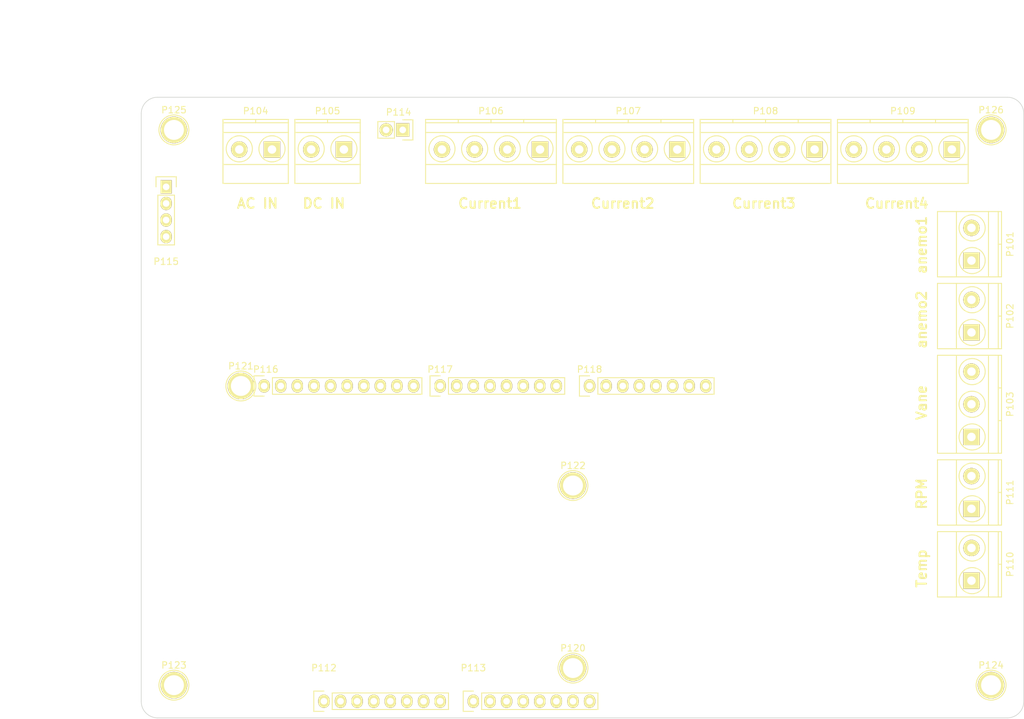
<source format=kicad_pcb>
(kicad_pcb (version 4) (host pcbnew 4.0.2+dfsg1-2~bpo8+1-stable)

  (general
    (links 21)
    (no_connects 21)
    (area 78.322539 41.617459 213.422541 136.717461)
    (thickness 1.6)
    (drawings 21)
    (tracks 0)
    (zones 0)
    (modules 25)
    (nets 27)
  )

  (page A4)
  (title_block
    (title "Windlogger Shield PCB")
    (date 2016-10-16)
    (rev A)
    (company ALEEA)
    (comment 1 "LONGUET Gilles")
    (comment 2 AGPLv3)
  )

  (layers
    (0 F.Cu signal)
    (31 B.Cu signal)
    (32 B.Adhes user)
    (33 F.Adhes user)
    (34 B.Paste user)
    (35 F.Paste user)
    (36 B.SilkS user)
    (37 F.SilkS user)
    (38 B.Mask user)
    (39 F.Mask user)
    (40 Dwgs.User user)
    (41 Cmts.User user)
    (42 Eco1.User user)
    (43 Eco2.User user)
    (44 Edge.Cuts user)
    (45 Margin user)
    (46 B.CrtYd user)
    (47 F.CrtYd user)
    (48 B.Fab user)
    (49 F.Fab user)
  )

  (setup
    (last_trace_width 0.25)
    (trace_clearance 0.2)
    (zone_clearance 0.508)
    (zone_45_only no)
    (trace_min 0.2)
    (segment_width 0.2)
    (edge_width 0.1)
    (via_size 0.6)
    (via_drill 0.4)
    (via_min_size 0.4)
    (via_min_drill 0.3)
    (uvia_size 0.3)
    (uvia_drill 0.1)
    (uvias_allowed no)
    (uvia_min_size 0.2)
    (uvia_min_drill 0.1)
    (pcb_text_width 0.3)
    (pcb_text_size 1.5 1.5)
    (mod_edge_width 0.15)
    (mod_text_size 1 1)
    (mod_text_width 0.15)
    (pad_size 2 1.4)
    (pad_drill 0.6)
    (pad_to_mask_clearance 0)
    (aux_axis_origin 78.37254 136.66746)
    (grid_origin 78.37254 136.66746)
    (visible_elements FFFEF77F)
    (pcbplotparams
      (layerselection 0x00030_80000001)
      (usegerberextensions false)
      (excludeedgelayer true)
      (linewidth 0.100000)
      (plotframeref false)
      (viasonmask false)
      (mode 1)
      (useauxorigin false)
      (hpglpennumber 1)
      (hpglpenspeed 20)
      (hpglpendiameter 15)
      (hpglpenoverlay 2)
      (psnegative false)
      (psa4output false)
      (plotreference true)
      (plotvalue true)
      (plotinvisibletext false)
      (padsonsilk false)
      (subtractmaskfromsilk false)
      (outputformat 1)
      (mirror false)
      (drillshape 1)
      (scaleselection 1)
      (outputdirectory ""))
  )

  (net 0 "")
  (net 1 +5V)
  (net 2 GND)
  (net 3 /F3_Voltage_sensors/UAC_lo)
  (net 4 /F4_Current_sensors/I1_lo)
  (net 5 /F4_Current_sensors/I2_lo)
  (net 6 /F4_Current_sensors/I4_lo)
  (net 7 /F4_Current_sensors/I3_lo)
  (net 8 /F4_Current_sensors/I1_hi)
  (net 9 /F4_Current_sensors/I2_hi)
  (net 10 /F4_Current_sensors/I4_hi)
  (net 11 /F4_Current_sensors/I3_hi)
  (net 12 "/F1 Anemometers/Wind1")
  (net 13 "/F1 Anemometers/Wind2")
  (net 14 "/F5 Temperature/temp_hi")
  (net 15 "/F5 Temperature/temp_lo")
  (net 16 "/F2 windvane/vane_v+")
  (net 17 "/F2 windvane/vane_sig")
  (net 18 "/F2 windvane/vane_v-")
  (net 19 /F3_Voltage_sensors/UAC_hi)
  (net 20 /F3_Voltage_sensors/Ubat)
  (net 21 /RPM)
  (net 22 "/F2 windvane/Udir")
  (net 23 "/F5 Temperature/Utemp")
  (net 24 /F3_Voltage_sensors/UDC)
  (net 25 "/F1 Anemometers/Speed2")
  (net 26 "/F1 Anemometers/Speed1")

  (net_class Default "This is the default net class."
    (clearance 0.2)
    (trace_width 0.25)
    (via_dia 0.6)
    (via_drill 0.4)
    (uvia_dia 0.3)
    (uvia_drill 0.1)
    (add_net +5V)
    (add_net "/F1 Anemometers/Speed1")
    (add_net "/F1 Anemometers/Speed2")
    (add_net "/F1 Anemometers/Wind1")
    (add_net "/F1 Anemometers/Wind2")
    (add_net "/F2 windvane/Udir")
    (add_net "/F2 windvane/vane_sig")
    (add_net "/F2 windvane/vane_v+")
    (add_net "/F2 windvane/vane_v-")
    (add_net /F3_Voltage_sensors/UAC_hi)
    (add_net /F3_Voltage_sensors/UAC_lo)
    (add_net /F3_Voltage_sensors/UDC)
    (add_net /F3_Voltage_sensors/Ubat)
    (add_net /F4_Current_sensors/I1_hi)
    (add_net /F4_Current_sensors/I1_lo)
    (add_net /F4_Current_sensors/I2_hi)
    (add_net /F4_Current_sensors/I2_lo)
    (add_net /F4_Current_sensors/I3_hi)
    (add_net /F4_Current_sensors/I3_lo)
    (add_net /F4_Current_sensors/I4_hi)
    (add_net /F4_Current_sensors/I4_lo)
    (add_net "/F5 Temperature/Utemp")
    (add_net "/F5 Temperature/temp_hi")
    (add_net "/F5 Temperature/temp_lo")
    (add_net /RPM)
    (add_net GND)
  )

  (module Terminal_Blocks:TerminalBlock_Pheonix_MKDS1.5-2pol (layer F.Cu) (tedit 563007E4) (tstamp 5803775C)
    (at 205.37254 66.66746 90)
    (descr "2-way 5mm pitch terminal block, Phoenix MKDS series")
    (path /580078B6)
    (fp_text reference P101 (at 2.5 5.9 90) (layer F.SilkS)
      (effects (font (size 1 1) (thickness 0.15)))
    )
    (fp_text value anemo1 (at 2.5 -6.6 90) (layer F.Fab)
      (effects (font (size 1 1) (thickness 0.15)))
    )
    (fp_line (start -2.7 -5.4) (end 7.7 -5.4) (layer F.CrtYd) (width 0.05))
    (fp_line (start -2.7 4.8) (end -2.7 -5.4) (layer F.CrtYd) (width 0.05))
    (fp_line (start 7.7 4.8) (end -2.7 4.8) (layer F.CrtYd) (width 0.05))
    (fp_line (start 7.7 -5.4) (end 7.7 4.8) (layer F.CrtYd) (width 0.05))
    (fp_line (start 2.5 4.1) (end 2.5 4.6) (layer F.SilkS) (width 0.15))
    (fp_circle (center 5 0.1) (end 3 0.1) (layer F.SilkS) (width 0.15))
    (fp_circle (center 0 0.1) (end 2 0.1) (layer F.SilkS) (width 0.15))
    (fp_line (start -2.5 2.6) (end 7.5 2.6) (layer F.SilkS) (width 0.15))
    (fp_line (start -2.5 -2.3) (end 7.5 -2.3) (layer F.SilkS) (width 0.15))
    (fp_line (start -2.5 4.1) (end 7.5 4.1) (layer F.SilkS) (width 0.15))
    (fp_line (start -2.5 4.6) (end 7.5 4.6) (layer F.SilkS) (width 0.15))
    (fp_line (start 7.5 4.6) (end 7.5 -5.2) (layer F.SilkS) (width 0.15))
    (fp_line (start 7.5 -5.2) (end -2.5 -5.2) (layer F.SilkS) (width 0.15))
    (fp_line (start -2.5 -5.2) (end -2.5 4.6) (layer F.SilkS) (width 0.15))
    (pad 1 thru_hole rect (at 0 0 90) (size 2.5 2.5) (drill 1.3) (layers *.Cu *.Mask F.SilkS)
      (net 2 GND))
    (pad 2 thru_hole circle (at 5 0 90) (size 2.5 2.5) (drill 1.3) (layers *.Cu *.Mask F.SilkS)
      (net 12 "/F1 Anemometers/Wind1"))
    (model Terminal_Blocks.3dshapes/TerminalBlock_Pheonix_MKDS1.5-2pol.wrl
      (at (xyz 0.0984 0 0))
      (scale (xyz 1 1 1))
      (rotate (xyz 0 0 0))
    )
  )

  (module Terminal_Blocks:TerminalBlock_Pheonix_MKDS1.5-2pol (layer F.Cu) (tedit 563007E4) (tstamp 58037762)
    (at 205.37254 77.66746 90)
    (descr "2-way 5mm pitch terminal block, Phoenix MKDS series")
    (path /58007F6A)
    (fp_text reference P102 (at 2.5 5.9 90) (layer F.SilkS)
      (effects (font (size 1 1) (thickness 0.15)))
    )
    (fp_text value anemo2 (at 2.5 -6.6 90) (layer F.Fab)
      (effects (font (size 1 1) (thickness 0.15)))
    )
    (fp_line (start -2.7 -5.4) (end 7.7 -5.4) (layer F.CrtYd) (width 0.05))
    (fp_line (start -2.7 4.8) (end -2.7 -5.4) (layer F.CrtYd) (width 0.05))
    (fp_line (start 7.7 4.8) (end -2.7 4.8) (layer F.CrtYd) (width 0.05))
    (fp_line (start 7.7 -5.4) (end 7.7 4.8) (layer F.CrtYd) (width 0.05))
    (fp_line (start 2.5 4.1) (end 2.5 4.6) (layer F.SilkS) (width 0.15))
    (fp_circle (center 5 0.1) (end 3 0.1) (layer F.SilkS) (width 0.15))
    (fp_circle (center 0 0.1) (end 2 0.1) (layer F.SilkS) (width 0.15))
    (fp_line (start -2.5 2.6) (end 7.5 2.6) (layer F.SilkS) (width 0.15))
    (fp_line (start -2.5 -2.3) (end 7.5 -2.3) (layer F.SilkS) (width 0.15))
    (fp_line (start -2.5 4.1) (end 7.5 4.1) (layer F.SilkS) (width 0.15))
    (fp_line (start -2.5 4.6) (end 7.5 4.6) (layer F.SilkS) (width 0.15))
    (fp_line (start 7.5 4.6) (end 7.5 -5.2) (layer F.SilkS) (width 0.15))
    (fp_line (start 7.5 -5.2) (end -2.5 -5.2) (layer F.SilkS) (width 0.15))
    (fp_line (start -2.5 -5.2) (end -2.5 4.6) (layer F.SilkS) (width 0.15))
    (pad 1 thru_hole rect (at 0 0 90) (size 2.5 2.5) (drill 1.3) (layers *.Cu *.Mask F.SilkS)
      (net 2 GND))
    (pad 2 thru_hole circle (at 5 0 90) (size 2.5 2.5) (drill 1.3) (layers *.Cu *.Mask F.SilkS)
      (net 13 "/F1 Anemometers/Wind2"))
    (model Terminal_Blocks.3dshapes/TerminalBlock_Pheonix_MKDS1.5-2pol.wrl
      (at (xyz 0.0984 0 0))
      (scale (xyz 1 1 1))
      (rotate (xyz 0 0 0))
    )
  )

  (module Terminal_Blocks:TerminalBlock_Pheonix_MKDS1.5-3pol (layer F.Cu) (tedit 5630081E) (tstamp 58037769)
    (at 205.37254 93.66746 90)
    (descr "3-way 5mm pitch terminal block, Phoenix MKDS series")
    (path /5800924D)
    (fp_text reference P103 (at 5 5.9 90) (layer F.SilkS)
      (effects (font (size 1 1) (thickness 0.15)))
    )
    (fp_text value vane (at 5 -6.6 90) (layer F.Fab)
      (effects (font (size 1 1) (thickness 0.15)))
    )
    (fp_line (start -2.7 4.8) (end -2.7 -5.4) (layer F.CrtYd) (width 0.05))
    (fp_line (start 12.7 4.8) (end -2.7 4.8) (layer F.CrtYd) (width 0.05))
    (fp_line (start 12.7 -5.4) (end 12.7 4.8) (layer F.CrtYd) (width 0.05))
    (fp_line (start -2.7 -5.4) (end 12.7 -5.4) (layer F.CrtYd) (width 0.05))
    (fp_circle (center 10 0.1) (end 8 0.1) (layer F.SilkS) (width 0.15))
    (fp_line (start 7.5 4.1) (end 7.5 4.6) (layer F.SilkS) (width 0.15))
    (fp_line (start 2.5 4.1) (end 2.5 4.6) (layer F.SilkS) (width 0.15))
    (fp_circle (center 5 0.1) (end 3 0.1) (layer F.SilkS) (width 0.15))
    (fp_circle (center 0 0.1) (end 2 0.1) (layer F.SilkS) (width 0.15))
    (fp_line (start -2.5 2.6) (end 12.5 2.6) (layer F.SilkS) (width 0.15))
    (fp_line (start -2.5 -2.3) (end 12.5 -2.3) (layer F.SilkS) (width 0.15))
    (fp_line (start -2.5 4.1) (end 12.5 4.1) (layer F.SilkS) (width 0.15))
    (fp_line (start -2.5 4.6) (end 12.5 4.6) (layer F.SilkS) (width 0.15))
    (fp_line (start 12.5 4.6) (end 12.5 -5.2) (layer F.SilkS) (width 0.15))
    (fp_line (start 12.5 -5.2) (end -2.5 -5.2) (layer F.SilkS) (width 0.15))
    (fp_line (start -2.5 -5.2) (end -2.5 4.6) (layer F.SilkS) (width 0.15))
    (pad 3 thru_hole circle (at 10 0 90) (size 2.5 2.5) (drill 1.3) (layers *.Cu *.Mask F.SilkS)
      (net 16 "/F2 windvane/vane_v+"))
    (pad 1 thru_hole rect (at 0 0 90) (size 2.5 2.5) (drill 1.3) (layers *.Cu *.Mask F.SilkS)
      (net 17 "/F2 windvane/vane_sig"))
    (pad 2 thru_hole circle (at 5 0 90) (size 2.5 2.5) (drill 1.3) (layers *.Cu *.Mask F.SilkS)
      (net 18 "/F2 windvane/vane_v-"))
    (model Terminal_Blocks.3dshapes/TerminalBlock_Pheonix_MKDS1.5-3pol.wrl
      (at (xyz 0.1968 0 0))
      (scale (xyz 1 1 1))
      (rotate (xyz 0 0 0))
    )
  )

  (module Terminal_Blocks:TerminalBlock_Pheonix_MKDS1.5-2pol (layer F.Cu) (tedit 563007E4) (tstamp 5803776F)
    (at 98.37254 49.66746 180)
    (descr "2-way 5mm pitch terminal block, Phoenix MKDS series")
    (path /5800A29C)
    (fp_text reference P104 (at 2.5 5.9 180) (layer F.SilkS)
      (effects (font (size 1 1) (thickness 0.15)))
    )
    (fp_text value AC_in (at 2.5 -6.6 180) (layer F.Fab)
      (effects (font (size 1 1) (thickness 0.15)))
    )
    (fp_line (start -2.7 -5.4) (end 7.7 -5.4) (layer F.CrtYd) (width 0.05))
    (fp_line (start -2.7 4.8) (end -2.7 -5.4) (layer F.CrtYd) (width 0.05))
    (fp_line (start 7.7 4.8) (end -2.7 4.8) (layer F.CrtYd) (width 0.05))
    (fp_line (start 7.7 -5.4) (end 7.7 4.8) (layer F.CrtYd) (width 0.05))
    (fp_line (start 2.5 4.1) (end 2.5 4.6) (layer F.SilkS) (width 0.15))
    (fp_circle (center 5 0.1) (end 3 0.1) (layer F.SilkS) (width 0.15))
    (fp_circle (center 0 0.1) (end 2 0.1) (layer F.SilkS) (width 0.15))
    (fp_line (start -2.5 2.6) (end 7.5 2.6) (layer F.SilkS) (width 0.15))
    (fp_line (start -2.5 -2.3) (end 7.5 -2.3) (layer F.SilkS) (width 0.15))
    (fp_line (start -2.5 4.1) (end 7.5 4.1) (layer F.SilkS) (width 0.15))
    (fp_line (start -2.5 4.6) (end 7.5 4.6) (layer F.SilkS) (width 0.15))
    (fp_line (start 7.5 4.6) (end 7.5 -5.2) (layer F.SilkS) (width 0.15))
    (fp_line (start 7.5 -5.2) (end -2.5 -5.2) (layer F.SilkS) (width 0.15))
    (fp_line (start -2.5 -5.2) (end -2.5 4.6) (layer F.SilkS) (width 0.15))
    (pad 1 thru_hole rect (at 0 0 180) (size 2.5 2.5) (drill 1.3) (layers *.Cu *.Mask F.SilkS)
      (net 3 /F3_Voltage_sensors/UAC_lo))
    (pad 2 thru_hole circle (at 5 0 180) (size 2.5 2.5) (drill 1.3) (layers *.Cu *.Mask F.SilkS)
      (net 19 /F3_Voltage_sensors/UAC_hi))
    (model Terminal_Blocks.3dshapes/TerminalBlock_Pheonix_MKDS1.5-2pol.wrl
      (at (xyz 0.0984 0 0))
      (scale (xyz 1 1 1))
      (rotate (xyz 0 0 0))
    )
  )

  (module Terminal_Blocks:TerminalBlock_Pheonix_MKDS1.5-2pol (layer F.Cu) (tedit 563007E4) (tstamp 58037775)
    (at 109.37254 49.66746 180)
    (descr "2-way 5mm pitch terminal block, Phoenix MKDS series")
    (path /5800A389)
    (fp_text reference P105 (at 2.5 5.9 180) (layer F.SilkS)
      (effects (font (size 1 1) (thickness 0.15)))
    )
    (fp_text value DC_in (at 2.5 -6.6 180) (layer F.Fab)
      (effects (font (size 1 1) (thickness 0.15)))
    )
    (fp_line (start -2.7 -5.4) (end 7.7 -5.4) (layer F.CrtYd) (width 0.05))
    (fp_line (start -2.7 4.8) (end -2.7 -5.4) (layer F.CrtYd) (width 0.05))
    (fp_line (start 7.7 4.8) (end -2.7 4.8) (layer F.CrtYd) (width 0.05))
    (fp_line (start 7.7 -5.4) (end 7.7 4.8) (layer F.CrtYd) (width 0.05))
    (fp_line (start 2.5 4.1) (end 2.5 4.6) (layer F.SilkS) (width 0.15))
    (fp_circle (center 5 0.1) (end 3 0.1) (layer F.SilkS) (width 0.15))
    (fp_circle (center 0 0.1) (end 2 0.1) (layer F.SilkS) (width 0.15))
    (fp_line (start -2.5 2.6) (end 7.5 2.6) (layer F.SilkS) (width 0.15))
    (fp_line (start -2.5 -2.3) (end 7.5 -2.3) (layer F.SilkS) (width 0.15))
    (fp_line (start -2.5 4.1) (end 7.5 4.1) (layer F.SilkS) (width 0.15))
    (fp_line (start -2.5 4.6) (end 7.5 4.6) (layer F.SilkS) (width 0.15))
    (fp_line (start 7.5 4.6) (end 7.5 -5.2) (layer F.SilkS) (width 0.15))
    (fp_line (start 7.5 -5.2) (end -2.5 -5.2) (layer F.SilkS) (width 0.15))
    (fp_line (start -2.5 -5.2) (end -2.5 4.6) (layer F.SilkS) (width 0.15))
    (pad 1 thru_hole rect (at 0 0 180) (size 2.5 2.5) (drill 1.3) (layers *.Cu *.Mask F.SilkS)
      (net 2 GND))
    (pad 2 thru_hole circle (at 5 0 180) (size 2.5 2.5) (drill 1.3) (layers *.Cu *.Mask F.SilkS)
      (net 20 /F3_Voltage_sensors/Ubat))
    (model Terminal_Blocks.3dshapes/TerminalBlock_Pheonix_MKDS1.5-2pol.wrl
      (at (xyz 0.0984 0 0))
      (scale (xyz 1 1 1))
      (rotate (xyz 0 0 0))
    )
  )

  (module Terminal_Blocks:TerminalBlock_Pheonix_MKDS1.5-4pol (layer F.Cu) (tedit 56300847) (tstamp 5803777D)
    (at 139.37254 49.66746 180)
    (descr "4-way 5mm pitch terminal block, Phoenix MKDS series")
    (path /57E7A6F1)
    (fp_text reference P106 (at 7.5 5.9 180) (layer F.SilkS)
      (effects (font (size 1 1) (thickness 0.15)))
    )
    (fp_text value current1 (at 7.5 -6.6 180) (layer F.Fab)
      (effects (font (size 1 1) (thickness 0.15)))
    )
    (fp_line (start -2.7 -5.4) (end 17.7 -5.4) (layer F.CrtYd) (width 0.05))
    (fp_line (start -2.7 4.8) (end -2.7 -5.4) (layer F.CrtYd) (width 0.05))
    (fp_line (start 17.7 4.8) (end -2.7 4.8) (layer F.CrtYd) (width 0.05))
    (fp_line (start 17.7 -5.4) (end 17.7 4.8) (layer F.CrtYd) (width 0.05))
    (fp_line (start 12.5 4.1) (end 12.5 4.6) (layer F.SilkS) (width 0.15))
    (fp_circle (center 15 0.1) (end 13 0.1) (layer F.SilkS) (width 0.15))
    (fp_circle (center 10 0.1) (end 8 0.1) (layer F.SilkS) (width 0.15))
    (fp_line (start 7.5 4.1) (end 7.5 4.6) (layer F.SilkS) (width 0.15))
    (fp_line (start 2.5 4.1) (end 2.5 4.6) (layer F.SilkS) (width 0.15))
    (fp_circle (center 5 0.1) (end 3 0.1) (layer F.SilkS) (width 0.15))
    (fp_circle (center 0 0.1) (end 2 0.1) (layer F.SilkS) (width 0.15))
    (fp_line (start -2.5 2.6) (end 17.5 2.6) (layer F.SilkS) (width 0.15))
    (fp_line (start -2.5 -2.3) (end 17.5 -2.3) (layer F.SilkS) (width 0.15))
    (fp_line (start -2.5 4.1) (end 17.5 4.1) (layer F.SilkS) (width 0.15))
    (fp_line (start -2.5 4.6) (end 17.5 4.6) (layer F.SilkS) (width 0.15))
    (fp_line (start 17.5 4.6) (end 17.5 -5.2) (layer F.SilkS) (width 0.15))
    (fp_line (start 17.5 -5.2) (end -2.5 -5.2) (layer F.SilkS) (width 0.15))
    (fp_line (start -2.5 -5.2) (end -2.5 4.6) (layer F.SilkS) (width 0.15))
    (pad 4 thru_hole circle (at 15 0 180) (size 2.5 2.5) (drill 1.3) (layers *.Cu *.Mask F.SilkS)
      (net 1 +5V))
    (pad 3 thru_hole circle (at 10 0 180) (size 2.5 2.5) (drill 1.3) (layers *.Cu *.Mask F.SilkS)
      (net 2 GND))
    (pad 1 thru_hole rect (at 0 0 180) (size 2.5 2.5) (drill 1.3) (layers *.Cu *.Mask F.SilkS)
      (net 4 /F4_Current_sensors/I1_lo))
    (pad 2 thru_hole circle (at 5 0 180) (size 2.5 2.5) (drill 1.3) (layers *.Cu *.Mask F.SilkS)
      (net 8 /F4_Current_sensors/I1_hi))
    (model Terminal_Blocks.3dshapes/TerminalBlock_Pheonix_MKDS1.5-4pol.wrl
      (at (xyz 0.2953 0 0))
      (scale (xyz 1 1 1))
      (rotate (xyz 0 0 0))
    )
  )

  (module Terminal_Blocks:TerminalBlock_Pheonix_MKDS1.5-4pol (layer F.Cu) (tedit 56300847) (tstamp 58037785)
    (at 160.37254 49.66746 180)
    (descr "4-way 5mm pitch terminal block, Phoenix MKDS series")
    (path /57E7A807)
    (fp_text reference P107 (at 7.5 5.9 180) (layer F.SilkS)
      (effects (font (size 1 1) (thickness 0.15)))
    )
    (fp_text value current2 (at 7.5 -6.6 180) (layer F.Fab)
      (effects (font (size 1 1) (thickness 0.15)))
    )
    (fp_line (start -2.7 -5.4) (end 17.7 -5.4) (layer F.CrtYd) (width 0.05))
    (fp_line (start -2.7 4.8) (end -2.7 -5.4) (layer F.CrtYd) (width 0.05))
    (fp_line (start 17.7 4.8) (end -2.7 4.8) (layer F.CrtYd) (width 0.05))
    (fp_line (start 17.7 -5.4) (end 17.7 4.8) (layer F.CrtYd) (width 0.05))
    (fp_line (start 12.5 4.1) (end 12.5 4.6) (layer F.SilkS) (width 0.15))
    (fp_circle (center 15 0.1) (end 13 0.1) (layer F.SilkS) (width 0.15))
    (fp_circle (center 10 0.1) (end 8 0.1) (layer F.SilkS) (width 0.15))
    (fp_line (start 7.5 4.1) (end 7.5 4.6) (layer F.SilkS) (width 0.15))
    (fp_line (start 2.5 4.1) (end 2.5 4.6) (layer F.SilkS) (width 0.15))
    (fp_circle (center 5 0.1) (end 3 0.1) (layer F.SilkS) (width 0.15))
    (fp_circle (center 0 0.1) (end 2 0.1) (layer F.SilkS) (width 0.15))
    (fp_line (start -2.5 2.6) (end 17.5 2.6) (layer F.SilkS) (width 0.15))
    (fp_line (start -2.5 -2.3) (end 17.5 -2.3) (layer F.SilkS) (width 0.15))
    (fp_line (start -2.5 4.1) (end 17.5 4.1) (layer F.SilkS) (width 0.15))
    (fp_line (start -2.5 4.6) (end 17.5 4.6) (layer F.SilkS) (width 0.15))
    (fp_line (start 17.5 4.6) (end 17.5 -5.2) (layer F.SilkS) (width 0.15))
    (fp_line (start 17.5 -5.2) (end -2.5 -5.2) (layer F.SilkS) (width 0.15))
    (fp_line (start -2.5 -5.2) (end -2.5 4.6) (layer F.SilkS) (width 0.15))
    (pad 4 thru_hole circle (at 15 0 180) (size 2.5 2.5) (drill 1.3) (layers *.Cu *.Mask F.SilkS)
      (net 1 +5V))
    (pad 3 thru_hole circle (at 10 0 180) (size 2.5 2.5) (drill 1.3) (layers *.Cu *.Mask F.SilkS)
      (net 2 GND))
    (pad 1 thru_hole rect (at 0 0 180) (size 2.5 2.5) (drill 1.3) (layers *.Cu *.Mask F.SilkS)
      (net 5 /F4_Current_sensors/I2_lo))
    (pad 2 thru_hole circle (at 5 0 180) (size 2.5 2.5) (drill 1.3) (layers *.Cu *.Mask F.SilkS)
      (net 9 /F4_Current_sensors/I2_hi))
    (model Terminal_Blocks.3dshapes/TerminalBlock_Pheonix_MKDS1.5-4pol.wrl
      (at (xyz 0.2953 0 0))
      (scale (xyz 1 1 1))
      (rotate (xyz 0 0 0))
    )
  )

  (module Terminal_Blocks:TerminalBlock_Pheonix_MKDS1.5-4pol (layer F.Cu) (tedit 56300847) (tstamp 5803778D)
    (at 181.37254 49.66746 180)
    (descr "4-way 5mm pitch terminal block, Phoenix MKDS series")
    (path /57E7A941)
    (fp_text reference P108 (at 7.5 5.9 180) (layer F.SilkS)
      (effects (font (size 1 1) (thickness 0.15)))
    )
    (fp_text value current3 (at 7.5 -6.6 180) (layer F.Fab)
      (effects (font (size 1 1) (thickness 0.15)))
    )
    (fp_line (start -2.7 -5.4) (end 17.7 -5.4) (layer F.CrtYd) (width 0.05))
    (fp_line (start -2.7 4.8) (end -2.7 -5.4) (layer F.CrtYd) (width 0.05))
    (fp_line (start 17.7 4.8) (end -2.7 4.8) (layer F.CrtYd) (width 0.05))
    (fp_line (start 17.7 -5.4) (end 17.7 4.8) (layer F.CrtYd) (width 0.05))
    (fp_line (start 12.5 4.1) (end 12.5 4.6) (layer F.SilkS) (width 0.15))
    (fp_circle (center 15 0.1) (end 13 0.1) (layer F.SilkS) (width 0.15))
    (fp_circle (center 10 0.1) (end 8 0.1) (layer F.SilkS) (width 0.15))
    (fp_line (start 7.5 4.1) (end 7.5 4.6) (layer F.SilkS) (width 0.15))
    (fp_line (start 2.5 4.1) (end 2.5 4.6) (layer F.SilkS) (width 0.15))
    (fp_circle (center 5 0.1) (end 3 0.1) (layer F.SilkS) (width 0.15))
    (fp_circle (center 0 0.1) (end 2 0.1) (layer F.SilkS) (width 0.15))
    (fp_line (start -2.5 2.6) (end 17.5 2.6) (layer F.SilkS) (width 0.15))
    (fp_line (start -2.5 -2.3) (end 17.5 -2.3) (layer F.SilkS) (width 0.15))
    (fp_line (start -2.5 4.1) (end 17.5 4.1) (layer F.SilkS) (width 0.15))
    (fp_line (start -2.5 4.6) (end 17.5 4.6) (layer F.SilkS) (width 0.15))
    (fp_line (start 17.5 4.6) (end 17.5 -5.2) (layer F.SilkS) (width 0.15))
    (fp_line (start 17.5 -5.2) (end -2.5 -5.2) (layer F.SilkS) (width 0.15))
    (fp_line (start -2.5 -5.2) (end -2.5 4.6) (layer F.SilkS) (width 0.15))
    (pad 4 thru_hole circle (at 15 0 180) (size 2.5 2.5) (drill 1.3) (layers *.Cu *.Mask F.SilkS)
      (net 1 +5V))
    (pad 3 thru_hole circle (at 10 0 180) (size 2.5 2.5) (drill 1.3) (layers *.Cu *.Mask F.SilkS)
      (net 2 GND))
    (pad 1 thru_hole rect (at 0 0 180) (size 2.5 2.5) (drill 1.3) (layers *.Cu *.Mask F.SilkS)
      (net 7 /F4_Current_sensors/I3_lo))
    (pad 2 thru_hole circle (at 5 0 180) (size 2.5 2.5) (drill 1.3) (layers *.Cu *.Mask F.SilkS)
      (net 11 /F4_Current_sensors/I3_hi))
    (model Terminal_Blocks.3dshapes/TerminalBlock_Pheonix_MKDS1.5-4pol.wrl
      (at (xyz 0.2953 0 0))
      (scale (xyz 1 1 1))
      (rotate (xyz 0 0 0))
    )
  )

  (module Terminal_Blocks:TerminalBlock_Pheonix_MKDS1.5-4pol (layer F.Cu) (tedit 56300847) (tstamp 58037795)
    (at 202.37254 49.66746 180)
    (descr "4-way 5mm pitch terminal block, Phoenix MKDS series")
    (path /57E7AA46)
    (fp_text reference P109 (at 7.5 5.9 180) (layer F.SilkS)
      (effects (font (size 1 1) (thickness 0.15)))
    )
    (fp_text value current4 (at 7.5 -6.6 180) (layer F.Fab)
      (effects (font (size 1 1) (thickness 0.15)))
    )
    (fp_line (start -2.7 -5.4) (end 17.7 -5.4) (layer F.CrtYd) (width 0.05))
    (fp_line (start -2.7 4.8) (end -2.7 -5.4) (layer F.CrtYd) (width 0.05))
    (fp_line (start 17.7 4.8) (end -2.7 4.8) (layer F.CrtYd) (width 0.05))
    (fp_line (start 17.7 -5.4) (end 17.7 4.8) (layer F.CrtYd) (width 0.05))
    (fp_line (start 12.5 4.1) (end 12.5 4.6) (layer F.SilkS) (width 0.15))
    (fp_circle (center 15 0.1) (end 13 0.1) (layer F.SilkS) (width 0.15))
    (fp_circle (center 10 0.1) (end 8 0.1) (layer F.SilkS) (width 0.15))
    (fp_line (start 7.5 4.1) (end 7.5 4.6) (layer F.SilkS) (width 0.15))
    (fp_line (start 2.5 4.1) (end 2.5 4.6) (layer F.SilkS) (width 0.15))
    (fp_circle (center 5 0.1) (end 3 0.1) (layer F.SilkS) (width 0.15))
    (fp_circle (center 0 0.1) (end 2 0.1) (layer F.SilkS) (width 0.15))
    (fp_line (start -2.5 2.6) (end 17.5 2.6) (layer F.SilkS) (width 0.15))
    (fp_line (start -2.5 -2.3) (end 17.5 -2.3) (layer F.SilkS) (width 0.15))
    (fp_line (start -2.5 4.1) (end 17.5 4.1) (layer F.SilkS) (width 0.15))
    (fp_line (start -2.5 4.6) (end 17.5 4.6) (layer F.SilkS) (width 0.15))
    (fp_line (start 17.5 4.6) (end 17.5 -5.2) (layer F.SilkS) (width 0.15))
    (fp_line (start 17.5 -5.2) (end -2.5 -5.2) (layer F.SilkS) (width 0.15))
    (fp_line (start -2.5 -5.2) (end -2.5 4.6) (layer F.SilkS) (width 0.15))
    (pad 4 thru_hole circle (at 15 0 180) (size 2.5 2.5) (drill 1.3) (layers *.Cu *.Mask F.SilkS)
      (net 1 +5V))
    (pad 3 thru_hole circle (at 10 0 180) (size 2.5 2.5) (drill 1.3) (layers *.Cu *.Mask F.SilkS)
      (net 2 GND))
    (pad 1 thru_hole rect (at 0 0 180) (size 2.5 2.5) (drill 1.3) (layers *.Cu *.Mask F.SilkS)
      (net 6 /F4_Current_sensors/I4_lo))
    (pad 2 thru_hole circle (at 5 0 180) (size 2.5 2.5) (drill 1.3) (layers *.Cu *.Mask F.SilkS)
      (net 10 /F4_Current_sensors/I4_hi))
    (model Terminal_Blocks.3dshapes/TerminalBlock_Pheonix_MKDS1.5-4pol.wrl
      (at (xyz 0.2953 0 0))
      (scale (xyz 1 1 1))
      (rotate (xyz 0 0 0))
    )
  )

  (module Terminal_Blocks:TerminalBlock_Pheonix_MKDS1.5-2pol (layer F.Cu) (tedit 563007E4) (tstamp 5803779B)
    (at 205.37254 115.66746 90)
    (descr "2-way 5mm pitch terminal block, Phoenix MKDS series")
    (path /580177E1)
    (fp_text reference P110 (at 2.5 5.9 90) (layer F.SilkS)
      (effects (font (size 1 1) (thickness 0.15)))
    )
    (fp_text value temp (at 2.5 -6.6 90) (layer F.Fab)
      (effects (font (size 1 1) (thickness 0.15)))
    )
    (fp_line (start -2.7 -5.4) (end 7.7 -5.4) (layer F.CrtYd) (width 0.05))
    (fp_line (start -2.7 4.8) (end -2.7 -5.4) (layer F.CrtYd) (width 0.05))
    (fp_line (start 7.7 4.8) (end -2.7 4.8) (layer F.CrtYd) (width 0.05))
    (fp_line (start 7.7 -5.4) (end 7.7 4.8) (layer F.CrtYd) (width 0.05))
    (fp_line (start 2.5 4.1) (end 2.5 4.6) (layer F.SilkS) (width 0.15))
    (fp_circle (center 5 0.1) (end 3 0.1) (layer F.SilkS) (width 0.15))
    (fp_circle (center 0 0.1) (end 2 0.1) (layer F.SilkS) (width 0.15))
    (fp_line (start -2.5 2.6) (end 7.5 2.6) (layer F.SilkS) (width 0.15))
    (fp_line (start -2.5 -2.3) (end 7.5 -2.3) (layer F.SilkS) (width 0.15))
    (fp_line (start -2.5 4.1) (end 7.5 4.1) (layer F.SilkS) (width 0.15))
    (fp_line (start -2.5 4.6) (end 7.5 4.6) (layer F.SilkS) (width 0.15))
    (fp_line (start 7.5 4.6) (end 7.5 -5.2) (layer F.SilkS) (width 0.15))
    (fp_line (start 7.5 -5.2) (end -2.5 -5.2) (layer F.SilkS) (width 0.15))
    (fp_line (start -2.5 -5.2) (end -2.5 4.6) (layer F.SilkS) (width 0.15))
    (pad 1 thru_hole rect (at 0 0 90) (size 2.5 2.5) (drill 1.3) (layers *.Cu *.Mask F.SilkS)
      (net 15 "/F5 Temperature/temp_lo"))
    (pad 2 thru_hole circle (at 5 0 90) (size 2.5 2.5) (drill 1.3) (layers *.Cu *.Mask F.SilkS)
      (net 14 "/F5 Temperature/temp_hi"))
    (model Terminal_Blocks.3dshapes/TerminalBlock_Pheonix_MKDS1.5-2pol.wrl
      (at (xyz 0.0984 0 0))
      (scale (xyz 1 1 1))
      (rotate (xyz 0 0 0))
    )
  )

  (module Terminal_Blocks:TerminalBlock_Pheonix_MKDS1.5-2pol (layer F.Cu) (tedit 563007E4) (tstamp 580377A1)
    (at 205.37254 104.66746 90)
    (descr "2-way 5mm pitch terminal block, Phoenix MKDS series")
    (path /58022AE3)
    (fp_text reference P111 (at 2.5 5.9 90) (layer F.SilkS)
      (effects (font (size 1 1) (thickness 0.15)))
    )
    (fp_text value RPM (at 2.5 -6.6 90) (layer F.Fab)
      (effects (font (size 1 1) (thickness 0.15)))
    )
    (fp_line (start -2.7 -5.4) (end 7.7 -5.4) (layer F.CrtYd) (width 0.05))
    (fp_line (start -2.7 4.8) (end -2.7 -5.4) (layer F.CrtYd) (width 0.05))
    (fp_line (start 7.7 4.8) (end -2.7 4.8) (layer F.CrtYd) (width 0.05))
    (fp_line (start 7.7 -5.4) (end 7.7 4.8) (layer F.CrtYd) (width 0.05))
    (fp_line (start 2.5 4.1) (end 2.5 4.6) (layer F.SilkS) (width 0.15))
    (fp_circle (center 5 0.1) (end 3 0.1) (layer F.SilkS) (width 0.15))
    (fp_circle (center 0 0.1) (end 2 0.1) (layer F.SilkS) (width 0.15))
    (fp_line (start -2.5 2.6) (end 7.5 2.6) (layer F.SilkS) (width 0.15))
    (fp_line (start -2.5 -2.3) (end 7.5 -2.3) (layer F.SilkS) (width 0.15))
    (fp_line (start -2.5 4.1) (end 7.5 4.1) (layer F.SilkS) (width 0.15))
    (fp_line (start -2.5 4.6) (end 7.5 4.6) (layer F.SilkS) (width 0.15))
    (fp_line (start 7.5 4.6) (end 7.5 -5.2) (layer F.SilkS) (width 0.15))
    (fp_line (start 7.5 -5.2) (end -2.5 -5.2) (layer F.SilkS) (width 0.15))
    (fp_line (start -2.5 -5.2) (end -2.5 4.6) (layer F.SilkS) (width 0.15))
    (pad 1 thru_hole rect (at 0 0 90) (size 2.5 2.5) (drill 1.3) (layers *.Cu *.Mask F.SilkS)
      (net 2 GND))
    (pad 2 thru_hole circle (at 5 0 90) (size 2.5 2.5) (drill 1.3) (layers *.Cu *.Mask F.SilkS)
      (net 21 /RPM))
    (model Terminal_Blocks.3dshapes/TerminalBlock_Pheonix_MKDS1.5-2pol.wrl
      (at (xyz 0.0984 0 0))
      (scale (xyz 1 1 1))
      (rotate (xyz 0 0 0))
    )
  )

  (module Socket_Strips:Socket_Strip_Straight_1x02 (layer F.Cu) (tedit 580B90A1) (tstamp 580377BF)
    (at 118.37254 46.66746 180)
    (descr "Through hole socket strip")
    (tags "socket strip")
    (path /5803F54B)
    (fp_text reference P114 (at 0.63 2.71 180) (layer F.SilkS)
      (effects (font (size 1 1) (thickness 0.15)))
    )
    (fp_text value 5VDC (at 0 -3.1 180) (layer F.Fab)
      (effects (font (size 1 1) (thickness 0.15)))
    )
    (fp_line (start -1.55 1.55) (end 0 1.55) (layer F.SilkS) (width 0.15))
    (fp_line (start 3.81 1.27) (end 1.27 1.27) (layer F.SilkS) (width 0.15))
    (fp_line (start -1.75 -1.75) (end -1.75 1.75) (layer F.CrtYd) (width 0.05))
    (fp_line (start 4.3 -1.75) (end 4.3 1.75) (layer F.CrtYd) (width 0.05))
    (fp_line (start -1.75 -1.75) (end 4.3 -1.75) (layer F.CrtYd) (width 0.05))
    (fp_line (start -1.75 1.75) (end 4.3 1.75) (layer F.CrtYd) (width 0.05))
    (fp_line (start 1.27 1.27) (end 1.27 -1.27) (layer F.SilkS) (width 0.15))
    (fp_line (start 0 -1.55) (end -1.55 -1.55) (layer F.SilkS) (width 0.15))
    (fp_line (start -1.55 -1.55) (end -1.55 1.55) (layer F.SilkS) (width 0.15))
    (fp_line (start 1.27 -1.27) (end 3.81 -1.27) (layer F.SilkS) (width 0.15))
    (fp_line (start 3.81 -1.27) (end 3.81 1.27) (layer F.SilkS) (width 0.15))
    (pad 1 thru_hole rect (at 0 0 180) (size 2.032 2.032) (drill 1.016) (layers *.Cu *.Mask F.SilkS)
      (net 2 GND))
    (pad 2 thru_hole oval (at 2.54 0 180) (size 2.032 2.032) (drill 1.016) (layers *.Cu *.Mask F.SilkS)
      (net 1 +5V))
    (model Socket_Strips.3dshapes/Socket_Strip_Straight_1x02.wrl
      (at (xyz 0.05 0 0))
      (scale (xyz 1 1 1))
      (rotate (xyz 0 0 180))
    )
  )

  (module Socket_Strips:Socket_Strip_Straight_1x04 (layer F.Cu) (tedit 580B90A7) (tstamp 580377C7)
    (at 82.18254 55.38746 270)
    (descr "Through hole socket strip")
    (tags "socket strip")
    (path /57E80721)
    (fp_text reference P115 (at 11.43 0 360) (layer F.SilkS)
      (effects (font (size 1 1) (thickness 0.15)))
    )
    (fp_text value POWER_SOURCE (at 3 -3 360) (layer F.Fab)
      (effects (font (size 1 1) (thickness 0.15)))
    )
    (fp_line (start -1.75 -1.75) (end -1.75 1.75) (layer F.CrtYd) (width 0.05))
    (fp_line (start 9.4 -1.75) (end 9.4 1.75) (layer F.CrtYd) (width 0.05))
    (fp_line (start -1.75 -1.75) (end 9.4 -1.75) (layer F.CrtYd) (width 0.05))
    (fp_line (start -1.75 1.75) (end 9.4 1.75) (layer F.CrtYd) (width 0.05))
    (fp_line (start 1.27 -1.27) (end 8.89 -1.27) (layer F.SilkS) (width 0.15))
    (fp_line (start 1.27 1.27) (end 8.89 1.27) (layer F.SilkS) (width 0.15))
    (fp_line (start -1.55 1.55) (end 0 1.55) (layer F.SilkS) (width 0.15))
    (fp_line (start 8.89 -1.27) (end 8.89 1.27) (layer F.SilkS) (width 0.15))
    (fp_line (start 1.27 1.27) (end 1.27 -1.27) (layer F.SilkS) (width 0.15))
    (fp_line (start 0 -1.55) (end -1.55 -1.55) (layer F.SilkS) (width 0.15))
    (fp_line (start -1.55 -1.55) (end -1.55 1.55) (layer F.SilkS) (width 0.15))
    (pad 1 thru_hole rect (at 0 0) (size 1.7272 2.032) (drill 1.016) (layers *.Cu *.Mask F.SilkS)
      (net 20 /F3_Voltage_sensors/Ubat))
    (pad 2 thru_hole oval (at 2.54 0) (size 1.7272 2.032) (drill 1.016) (layers *.Cu *.Mask F.SilkS)
      (net 2 GND))
    (pad 3 thru_hole oval (at 5.08 0) (size 1.7272 2.032) (drill 1.016) (layers *.Cu *.Mask F.SilkS)
      (net 19 /F3_Voltage_sensors/UAC_hi))
    (pad 4 thru_hole oval (at 7.62 0) (size 1.7272 2.032) (drill 1.016) (layers *.Cu *.Mask F.SilkS)
      (net 3 /F3_Voltage_sensors/UAC_lo))
    (model Socket_Strips.3dshapes/Socket_Strip_Straight_1x04.wrl
      (at (xyz 0.15 0 0))
      (scale (xyz 1 1 1))
      (rotate (xyz 0 0 180))
    )
  )

  (module Socket_Arduino_Mega:Socket_Strip_Arduino_1x08 (layer F.Cu) (tedit 551AFADB) (tstamp 58038714)
    (at 106.318 134.126)
    (descr "Through hole socket strip")
    (tags "socket strip")
    (path /5803D534)
    (fp_text reference P112 (at 0 -5.1) (layer F.SilkS)
      (effects (font (size 1 1) (thickness 0.15)))
    )
    (fp_text value Power (at 0 -3.1) (layer F.Fab)
      (effects (font (size 1 1) (thickness 0.15)))
    )
    (fp_line (start -1.75 -1.75) (end -1.75 1.75) (layer F.CrtYd) (width 0.05))
    (fp_line (start 19.55 -1.75) (end 19.55 1.75) (layer F.CrtYd) (width 0.05))
    (fp_line (start -1.75 -1.75) (end 19.55 -1.75) (layer F.CrtYd) (width 0.05))
    (fp_line (start -1.75 1.75) (end 19.55 1.75) (layer F.CrtYd) (width 0.05))
    (fp_line (start 1.27 1.27) (end 19.05 1.27) (layer F.SilkS) (width 0.15))
    (fp_line (start 19.05 1.27) (end 19.05 -1.27) (layer F.SilkS) (width 0.15))
    (fp_line (start 19.05 -1.27) (end 1.27 -1.27) (layer F.SilkS) (width 0.15))
    (fp_line (start -1.55 1.55) (end 0 1.55) (layer F.SilkS) (width 0.15))
    (fp_line (start 1.27 1.27) (end 1.27 -1.27) (layer F.SilkS) (width 0.15))
    (fp_line (start 0 -1.55) (end -1.55 -1.55) (layer F.SilkS) (width 0.15))
    (fp_line (start -1.55 -1.55) (end -1.55 1.55) (layer F.SilkS) (width 0.15))
    (pad 1 thru_hole oval (at 0 0) (size 1.7272 2.032) (drill 1.016) (layers *.Cu *.Mask F.SilkS))
    (pad 2 thru_hole oval (at 2.54 0) (size 1.7272 2.032) (drill 1.016) (layers *.Cu *.Mask F.SilkS))
    (pad 3 thru_hole oval (at 5.08 0) (size 1.7272 2.032) (drill 1.016) (layers *.Cu *.Mask F.SilkS))
    (pad 4 thru_hole oval (at 7.62 0) (size 1.7272 2.032) (drill 1.016) (layers *.Cu *.Mask F.SilkS))
    (pad 5 thru_hole oval (at 10.16 0) (size 1.7272 2.032) (drill 1.016) (layers *.Cu *.Mask F.SilkS)
      (net 1 +5V))
    (pad 6 thru_hole oval (at 12.7 0) (size 1.7272 2.032) (drill 1.016) (layers *.Cu *.Mask F.SilkS)
      (net 2 GND))
    (pad 7 thru_hole oval (at 15.24 0) (size 1.7272 2.032) (drill 1.016) (layers *.Cu *.Mask F.SilkS)
      (net 2 GND))
    (pad 8 thru_hole oval (at 17.78 0) (size 1.7272 2.032) (drill 1.016) (layers *.Cu *.Mask F.SilkS))
    (model ${KIPRJMOD}/Socket_Arduino_Mega.3dshapes/Socket_header_Arduino_1x08.wrl
      (at (xyz 0.35 0 0))
      (scale (xyz 1 1 1))
      (rotate (xyz 0 0 180))
    )
  )

  (module Socket_Arduino_Mega:Socket_Strip_Arduino_1x08 (layer F.Cu) (tedit 551AFADB) (tstamp 5803871F)
    (at 129.178 134.126)
    (descr "Through hole socket strip")
    (tags "socket strip")
    (path /57E7EF3A)
    (fp_text reference P113 (at 0 -5.1) (layer F.SilkS)
      (effects (font (size 1 1) (thickness 0.15)))
    )
    (fp_text value Analog (at 0 -3.1) (layer F.Fab)
      (effects (font (size 1 1) (thickness 0.15)))
    )
    (fp_line (start -1.75 -1.75) (end -1.75 1.75) (layer F.CrtYd) (width 0.05))
    (fp_line (start 19.55 -1.75) (end 19.55 1.75) (layer F.CrtYd) (width 0.05))
    (fp_line (start -1.75 -1.75) (end 19.55 -1.75) (layer F.CrtYd) (width 0.05))
    (fp_line (start -1.75 1.75) (end 19.55 1.75) (layer F.CrtYd) (width 0.05))
    (fp_line (start 1.27 1.27) (end 19.05 1.27) (layer F.SilkS) (width 0.15))
    (fp_line (start 19.05 1.27) (end 19.05 -1.27) (layer F.SilkS) (width 0.15))
    (fp_line (start 19.05 -1.27) (end 1.27 -1.27) (layer F.SilkS) (width 0.15))
    (fp_line (start -1.55 1.55) (end 0 1.55) (layer F.SilkS) (width 0.15))
    (fp_line (start 1.27 1.27) (end 1.27 -1.27) (layer F.SilkS) (width 0.15))
    (fp_line (start 0 -1.55) (end -1.55 -1.55) (layer F.SilkS) (width 0.15))
    (fp_line (start -1.55 -1.55) (end -1.55 1.55) (layer F.SilkS) (width 0.15))
    (pad 1 thru_hole oval (at 0 0) (size 1.7272 2.032) (drill 1.016) (layers *.Cu *.Mask F.SilkS)
      (net 22 "/F2 windvane/Udir"))
    (pad 2 thru_hole oval (at 2.54 0) (size 1.7272 2.032) (drill 1.016) (layers *.Cu *.Mask F.SilkS)
      (net 23 "/F5 Temperature/Utemp"))
    (pad 3 thru_hole oval (at 5.08 0) (size 1.7272 2.032) (drill 1.016) (layers *.Cu *.Mask F.SilkS))
    (pad 4 thru_hole oval (at 7.62 0) (size 1.7272 2.032) (drill 1.016) (layers *.Cu *.Mask F.SilkS)
      (net 24 /F3_Voltage_sensors/UDC))
    (pad 5 thru_hole oval (at 10.16 0) (size 1.7272 2.032) (drill 1.016) (layers *.Cu *.Mask F.SilkS))
    (pad 6 thru_hole oval (at 12.7 0) (size 1.7272 2.032) (drill 1.016) (layers *.Cu *.Mask F.SilkS))
    (pad 7 thru_hole oval (at 15.24 0) (size 1.7272 2.032) (drill 1.016) (layers *.Cu *.Mask F.SilkS))
    (pad 8 thru_hole oval (at 17.78 0) (size 1.7272 2.032) (drill 1.016) (layers *.Cu *.Mask F.SilkS))
    (model ${KIPRJMOD}/Socket_Arduino_Mega.3dshapes/Socket_header_Arduino_1x08.wrl
      (at (xyz 0.35 0 0))
      (scale (xyz 1 1 1))
      (rotate (xyz 0 0 180))
    )
  )

  (module Socket_Arduino_Mega:Socket_Strip_Arduino_1x10 (layer F.Cu) (tedit 580396A3) (tstamp 5803872A)
    (at 97.174 85.866)
    (descr "Through hole socket strip")
    (tags "socket strip")
    (path /5803E61D)
    (fp_text reference P116 (at 0.24854 -2.53854) (layer F.SilkS)
      (effects (font (size 1 1) (thickness 0.15)))
    )
    (fp_text value PWM (at 23.10854 -2.53854) (layer F.Fab)
      (effects (font (size 1 1) (thickness 0.15)))
    )
    (fp_line (start -1.75 -1.75) (end -1.75 1.75) (layer F.CrtYd) (width 0.05))
    (fp_line (start 24.65 -1.75) (end 24.65 1.75) (layer F.CrtYd) (width 0.05))
    (fp_line (start -1.75 -1.75) (end 24.65 -1.75) (layer F.CrtYd) (width 0.05))
    (fp_line (start -1.75 1.75) (end 24.65 1.75) (layer F.CrtYd) (width 0.05))
    (fp_line (start 1.27 1.27) (end 24.13 1.27) (layer F.SilkS) (width 0.15))
    (fp_line (start 24.13 1.27) (end 24.13 -1.27) (layer F.SilkS) (width 0.15))
    (fp_line (start 24.13 -1.27) (end 1.27 -1.27) (layer F.SilkS) (width 0.15))
    (fp_line (start -1.55 1.55) (end 0 1.55) (layer F.SilkS) (width 0.15))
    (fp_line (start 1.27 1.27) (end 1.27 -1.27) (layer F.SilkS) (width 0.15))
    (fp_line (start 0 -1.55) (end -1.55 -1.55) (layer F.SilkS) (width 0.15))
    (fp_line (start -1.55 -1.55) (end -1.55 1.55) (layer F.SilkS) (width 0.15))
    (pad 1 thru_hole oval (at 0 0) (size 1.7272 2.032) (drill 1.016) (layers *.Cu *.Mask F.SilkS))
    (pad 2 thru_hole oval (at 2.54 0) (size 1.7272 2.032) (drill 1.016) (layers *.Cu *.Mask F.SilkS))
    (pad 3 thru_hole oval (at 5.08 0) (size 1.7272 2.032) (drill 1.016) (layers *.Cu *.Mask F.SilkS))
    (pad 4 thru_hole oval (at 7.62 0) (size 1.7272 2.032) (drill 1.016) (layers *.Cu *.Mask F.SilkS)
      (net 2 GND))
    (pad 5 thru_hole oval (at 10.16 0) (size 1.7272 2.032) (drill 1.016) (layers *.Cu *.Mask F.SilkS))
    (pad 6 thru_hole oval (at 12.7 0) (size 1.7272 2.032) (drill 1.016) (layers *.Cu *.Mask F.SilkS))
    (pad 7 thru_hole oval (at 15.24 0) (size 1.7272 2.032) (drill 1.016) (layers *.Cu *.Mask F.SilkS))
    (pad 8 thru_hole oval (at 17.78 0) (size 1.7272 2.032) (drill 1.016) (layers *.Cu *.Mask F.SilkS))
    (pad 9 thru_hole oval (at 20.32 0) (size 1.7272 2.032) (drill 1.016) (layers *.Cu *.Mask F.SilkS))
    (pad 10 thru_hole oval (at 22.86 0) (size 1.7272 2.032) (drill 1.016) (layers *.Cu *.Mask F.SilkS))
    (model ${KIPRJMOD}/Socket_Arduino_Mega.3dshapes/Socket_header_Arduino_1x10.wrl
      (at (xyz 0.45 0 0))
      (scale (xyz 1 1 1))
      (rotate (xyz 0 0 180))
    )
  )

  (module Socket_Arduino_Mega:Socket_Strip_Arduino_1x08 (layer F.Cu) (tedit 58039698) (tstamp 58038737)
    (at 124.098 85.866)
    (descr "Through hole socket strip")
    (tags "socket strip")
    (path /5803DC4C)
    (fp_text reference P117 (at -0.00546 -2.53854) (layer F.SilkS)
      (effects (font (size 1 1) (thickness 0.15)))
    )
    (fp_text value PWM (at 17.77454 -2.53854) (layer F.Fab)
      (effects (font (size 1 1) (thickness 0.15)))
    )
    (fp_line (start -1.75 -1.75) (end -1.75 1.75) (layer F.CrtYd) (width 0.05))
    (fp_line (start 19.55 -1.75) (end 19.55 1.75) (layer F.CrtYd) (width 0.05))
    (fp_line (start -1.75 -1.75) (end 19.55 -1.75) (layer F.CrtYd) (width 0.05))
    (fp_line (start -1.75 1.75) (end 19.55 1.75) (layer F.CrtYd) (width 0.05))
    (fp_line (start 1.27 1.27) (end 19.05 1.27) (layer F.SilkS) (width 0.15))
    (fp_line (start 19.05 1.27) (end 19.05 -1.27) (layer F.SilkS) (width 0.15))
    (fp_line (start 19.05 -1.27) (end 1.27 -1.27) (layer F.SilkS) (width 0.15))
    (fp_line (start -1.55 1.55) (end 0 1.55) (layer F.SilkS) (width 0.15))
    (fp_line (start 1.27 1.27) (end 1.27 -1.27) (layer F.SilkS) (width 0.15))
    (fp_line (start 0 -1.55) (end -1.55 -1.55) (layer F.SilkS) (width 0.15))
    (fp_line (start -1.55 -1.55) (end -1.55 1.55) (layer F.SilkS) (width 0.15))
    (pad 1 thru_hole oval (at 0 0) (size 1.7272 2.032) (drill 1.016) (layers *.Cu *.Mask F.SilkS)
      (net 21 /RPM))
    (pad 2 thru_hole oval (at 2.54 0) (size 1.7272 2.032) (drill 1.016) (layers *.Cu *.Mask F.SilkS))
    (pad 3 thru_hole oval (at 5.08 0) (size 1.7272 2.032) (drill 1.016) (layers *.Cu *.Mask F.SilkS))
    (pad 4 thru_hole oval (at 7.62 0) (size 1.7272 2.032) (drill 1.016) (layers *.Cu *.Mask F.SilkS))
    (pad 5 thru_hole oval (at 10.16 0) (size 1.7272 2.032) (drill 1.016) (layers *.Cu *.Mask F.SilkS)
      (net 25 "/F1 Anemometers/Speed2"))
    (pad 6 thru_hole oval (at 12.7 0) (size 1.7272 2.032) (drill 1.016) (layers *.Cu *.Mask F.SilkS)
      (net 26 "/F1 Anemometers/Speed1"))
    (pad 7 thru_hole oval (at 15.24 0) (size 1.7272 2.032) (drill 1.016) (layers *.Cu *.Mask F.SilkS))
    (pad 8 thru_hole oval (at 17.78 0) (size 1.7272 2.032) (drill 1.016) (layers *.Cu *.Mask F.SilkS))
    (model ${KIPRJMOD}/Socket_Arduino_Mega.3dshapes/Socket_header_Arduino_1x08.wrl
      (at (xyz 0.35 0 0))
      (scale (xyz 1 1 1))
      (rotate (xyz 0 0 180))
    )
  )

  (module Socket_Arduino_Mega:Socket_Strip_Arduino_1x08 (layer F.Cu) (tedit 58039691) (tstamp 58038742)
    (at 146.95254 85.86746)
    (descr "Through hole socket strip")
    (tags "socket strip")
    (path /57E71CF7)
    (fp_text reference P118 (at 0 -2.54) (layer F.SilkS)
      (effects (font (size 1 1) (thickness 0.15)))
    )
    (fp_text value Communication (at 13.97 -2.54) (layer F.Fab)
      (effects (font (size 1 1) (thickness 0.15)))
    )
    (fp_line (start -1.75 -1.75) (end -1.75 1.75) (layer F.CrtYd) (width 0.05))
    (fp_line (start 19.55 -1.75) (end 19.55 1.75) (layer F.CrtYd) (width 0.05))
    (fp_line (start -1.75 -1.75) (end 19.55 -1.75) (layer F.CrtYd) (width 0.05))
    (fp_line (start -1.75 1.75) (end 19.55 1.75) (layer F.CrtYd) (width 0.05))
    (fp_line (start 1.27 1.27) (end 19.05 1.27) (layer F.SilkS) (width 0.15))
    (fp_line (start 19.05 1.27) (end 19.05 -1.27) (layer F.SilkS) (width 0.15))
    (fp_line (start 19.05 -1.27) (end 1.27 -1.27) (layer F.SilkS) (width 0.15))
    (fp_line (start -1.55 1.55) (end 0 1.55) (layer F.SilkS) (width 0.15))
    (fp_line (start 1.27 1.27) (end 1.27 -1.27) (layer F.SilkS) (width 0.15))
    (fp_line (start 0 -1.55) (end -1.55 -1.55) (layer F.SilkS) (width 0.15))
    (fp_line (start -1.55 -1.55) (end -1.55 1.55) (layer F.SilkS) (width 0.15))
    (pad 1 thru_hole oval (at 0 0) (size 1.7272 2.032) (drill 1.016) (layers *.Cu *.Mask F.SilkS))
    (pad 2 thru_hole oval (at 2.54 0) (size 1.7272 2.032) (drill 1.016) (layers *.Cu *.Mask F.SilkS))
    (pad 3 thru_hole oval (at 5.08 0) (size 1.7272 2.032) (drill 1.016) (layers *.Cu *.Mask F.SilkS))
    (pad 4 thru_hole oval (at 7.62 0) (size 1.7272 2.032) (drill 1.016) (layers *.Cu *.Mask F.SilkS))
    (pad 5 thru_hole oval (at 10.16 0) (size 1.7272 2.032) (drill 1.016) (layers *.Cu *.Mask F.SilkS))
    (pad 6 thru_hole oval (at 12.7 0) (size 1.7272 2.032) (drill 1.016) (layers *.Cu *.Mask F.SilkS))
    (pad 7 thru_hole oval (at 15.24 0) (size 1.7272 2.032) (drill 1.016) (layers *.Cu *.Mask F.SilkS))
    (pad 8 thru_hole oval (at 17.78 0) (size 1.7272 2.032) (drill 1.016) (layers *.Cu *.Mask F.SilkS))
    (model ${KIPRJMOD}/Socket_Arduino_Mega.3dshapes/Socket_header_Arduino_1x08.wrl
      (at (xyz 0.35 0 0))
      (scale (xyz 1 1 1))
      (rotate (xyz 0 0 180))
    )
  )

  (module Socket_Arduino_Mega:Arduino_1pin (layer F.Cu) (tedit 0) (tstamp 58038751)
    (at 144.41254 129.04746)
    (descr "module 1 pin (ou trou mecanique de percage)")
    (tags DEV)
    (path /5803AC24)
    (fp_text reference P120 (at 0 -3.048) (layer F.SilkS)
      (effects (font (size 1 1) (thickness 0.15)))
    )
    (fp_text value h2 (at 0 2.794) (layer F.Fab)
      (effects (font (size 1 1) (thickness 0.15)))
    )
    (fp_circle (center 0 0) (end 0 -2.286) (layer F.SilkS) (width 0.15))
    (pad 1 thru_hole circle (at 0 0) (size 4.064 4.064) (drill 3.048) (layers *.Cu *.Mask F.SilkS))
  )

  (module Socket_Arduino_Mega:Arduino_1pin (layer F.Cu) (tedit 0) (tstamp 58038755)
    (at 93.61254 85.86746)
    (descr "module 1 pin (ou trou mecanique de percage)")
    (tags DEV)
    (path /5803AD27)
    (fp_text reference P121 (at 0 -3.048) (layer F.SilkS)
      (effects (font (size 1 1) (thickness 0.15)))
    )
    (fp_text value h3 (at 0 2.794) (layer F.Fab)
      (effects (font (size 1 1) (thickness 0.15)))
    )
    (fp_circle (center 0 0) (end 0 -2.286) (layer F.SilkS) (width 0.15))
    (pad 1 thru_hole circle (at 0 0) (size 4.064 4.064) (drill 3.048) (layers *.Cu *.Mask F.SilkS))
  )

  (module Socket_Arduino_Mega:Arduino_1pin (layer F.Cu) (tedit 0) (tstamp 58038759)
    (at 144.41254 101.10746)
    (descr "module 1 pin (ou trou mecanique de percage)")
    (tags DEV)
    (path /5803AE2D)
    (fp_text reference P122 (at 0 -3.048) (layer F.SilkS)
      (effects (font (size 1 1) (thickness 0.15)))
    )
    (fp_text value h4 (at 0 2.794) (layer F.Fab)
      (effects (font (size 1 1) (thickness 0.15)))
    )
    (fp_circle (center 0 0) (end 0 -2.286) (layer F.SilkS) (width 0.15))
    (pad 1 thru_hole circle (at 0 0) (size 4.064 4.064) (drill 3.048) (layers *.Cu *.Mask F.SilkS))
  )

  (module Socket_Arduino_Mega:Arduino_1pin (layer F.Cu) (tedit 0) (tstamp 5803A4C6)
    (at 83.37254 131.66746)
    (descr "module 1 pin (ou trou mecanique de percage)")
    (tags DEV)
    (path /5803B1D2)
    (fp_text reference P123 (at 0 -3.048) (layer F.SilkS)
      (effects (font (size 1 1) (thickness 0.15)))
    )
    (fp_text value h5 (at 0 2.794) (layer F.Fab)
      (effects (font (size 1 1) (thickness 0.15)))
    )
    (fp_circle (center 0 0) (end 0 -2.286) (layer F.SilkS) (width 0.15))
    (pad 1 thru_hole circle (at 0 0) (size 4.064 4.064) (drill 3.048) (layers *.Cu *.Mask F.SilkS))
  )

  (module Socket_Arduino_Mega:Arduino_1pin (layer F.Cu) (tedit 0) (tstamp 5803A4CB)
    (at 208.37254 131.66746)
    (descr "module 1 pin (ou trou mecanique de percage)")
    (tags DEV)
    (path /5803B1D8)
    (fp_text reference P124 (at 0 -3.048) (layer F.SilkS)
      (effects (font (size 1 1) (thickness 0.15)))
    )
    (fp_text value h6 (at 0 2.794) (layer F.Fab)
      (effects (font (size 1 1) (thickness 0.15)))
    )
    (fp_circle (center 0 0) (end 0 -2.286) (layer F.SilkS) (width 0.15))
    (pad 1 thru_hole circle (at 0 0) (size 4.064 4.064) (drill 3.048) (layers *.Cu *.Mask F.SilkS))
  )

  (module Socket_Arduino_Mega:Arduino_1pin (layer F.Cu) (tedit 0) (tstamp 5803A4D0)
    (at 83.37254 46.66746)
    (descr "module 1 pin (ou trou mecanique de percage)")
    (tags DEV)
    (path /5803B1DE)
    (fp_text reference P125 (at 0 -3.048) (layer F.SilkS)
      (effects (font (size 1 1) (thickness 0.15)))
    )
    (fp_text value h7 (at 0 2.794) (layer F.Fab)
      (effects (font (size 1 1) (thickness 0.15)))
    )
    (fp_circle (center 0 0) (end 0 -2.286) (layer F.SilkS) (width 0.15))
    (pad 1 thru_hole circle (at 0 0) (size 4.064 4.064) (drill 3.048) (layers *.Cu *.Mask F.SilkS))
  )

  (module Socket_Arduino_Mega:Arduino_1pin (layer F.Cu) (tedit 0) (tstamp 5803A4D5)
    (at 208.37254 46.66746)
    (descr "module 1 pin (ou trou mecanique de percage)")
    (tags DEV)
    (path /5803B1E4)
    (fp_text reference P126 (at 0 -3.048) (layer F.SilkS)
      (effects (font (size 1 1) (thickness 0.15)))
    )
    (fp_text value h8 (at 0 2.794) (layer F.Fab)
      (effects (font (size 1 1) (thickness 0.15)))
    )
    (fp_circle (center 0 0) (end 0 -2.286) (layer F.SilkS) (width 0.15))
    (pad 1 thru_hole circle (at 0 0) (size 4.064 4.064) (drill 3.048) (layers *.Cu *.Mask F.SilkS))
  )

  (dimension 95.25 (width 0.3) (layer Cmts.User)
    (gr_text "95,250 mm" (at 63.05254 89.04246 90) (layer Cmts.User)
      (effects (font (size 1.5 1.5) (thickness 0.3)))
    )
    (feature1 (pts (xy 73.29254 41.41746) (xy 61.70254 41.41746)))
    (feature2 (pts (xy 73.29254 136.66746) (xy 61.70254 136.66746)))
    (crossbar (pts (xy 64.40254 136.66746) (xy 64.40254 41.41746)))
    (arrow1a (pts (xy 64.40254 41.41746) (xy 64.988961 42.543964)))
    (arrow1b (pts (xy 64.40254 41.41746) (xy 63.816119 42.543964)))
    (arrow2a (pts (xy 64.40254 136.66746) (xy 64.988961 135.540956)))
    (arrow2b (pts (xy 64.40254 136.66746) (xy 63.816119 135.540956)))
  )
  (dimension 134.62 (width 0.3) (layer Cmts.User)
    (gr_text "134,620 mm" (at 145.68254 28.63746) (layer Cmts.User)
      (effects (font (size 1.5 1.5) (thickness 0.3)))
    )
    (feature1 (pts (xy 212.99254 37.60746) (xy 212.99254 27.28746)))
    (feature2 (pts (xy 78.37254 37.60746) (xy 78.37254 27.28746)))
    (crossbar (pts (xy 78.37254 29.98746) (xy 212.99254 29.98746)))
    (arrow1a (pts (xy 212.99254 29.98746) (xy 211.866036 30.573881)))
    (arrow1b (pts (xy 212.99254 29.98746) (xy 211.866036 29.401039)))
    (arrow2a (pts (xy 78.37254 29.98746) (xy 79.499044 30.573881)))
    (arrow2b (pts (xy 78.37254 29.98746) (xy 79.499044 29.401039)))
  )
  (gr_text Temp (at 197.75254 113.80746 90) (layer F.SilkS)
    (effects (font (size 1.5 1.5) (thickness 0.3)))
  )
  (gr_text RPM (at 197.75254 102.37746 90) (layer F.SilkS)
    (effects (font (size 1.5 1.5) (thickness 0.3)))
  )
  (gr_text Vane (at 197.75254 88.40746 90) (layer F.SilkS)
    (effects (font (size 1.5 1.5) (thickness 0.3)))
  )
  (gr_text anemo2 (at 197.75254 75.70746 90) (layer F.SilkS)
    (effects (font (size 1.5 1.5) (thickness 0.3)))
  )
  (gr_text anemo1 (at 197.75254 64.27746 90) (layer F.SilkS)
    (effects (font (size 1.5 1.5) (thickness 0.3)))
  )
  (gr_text Current4 (at 193.94254 57.92746) (layer F.SilkS)
    (effects (font (size 1.5 1.5) (thickness 0.3)))
  )
  (gr_text Current3 (at 173.62254 57.92746) (layer F.SilkS)
    (effects (font (size 1.5 1.5) (thickness 0.3)))
  )
  (gr_text Current2 (at 152.03254 57.92746) (layer F.SilkS)
    (effects (font (size 1.5 1.5) (thickness 0.3)))
  )
  (gr_text Current1 (at 131.71254 57.92746) (layer F.SilkS)
    (effects (font (size 1.5 1.5) (thickness 0.3)))
  )
  (gr_text "DC IN" (at 106.31254 57.92746) (layer F.SilkS)
    (effects (font (size 1.5 1.5) (thickness 0.3)))
  )
  (gr_text "AC IN" (at 96.15254 57.92746) (layer F.SilkS)
    (effects (font (size 1.5 1.5) (thickness 0.3)))
  )
  (gr_line (start 78.37254 44.16746) (end 78.37254 134.16746) (angle 90) (layer Edge.Cuts) (width 0.1))
  (gr_line (start 210.87254 41.66746) (end 80.87254 41.66746) (angle 90) (layer Edge.Cuts) (width 0.1))
  (gr_line (start 213.37254 134.16746) (end 213.37254 44.16746) (angle 90) (layer Edge.Cuts) (width 0.1))
  (gr_line (start 80.87254 136.66746) (end 210.87254 136.66746) (angle 90) (layer Edge.Cuts) (width 0.1))
  (gr_arc (start 210.87254 44.16746) (end 210.87254 41.66746) (angle 90) (layer Edge.Cuts) (width 0.1))
  (gr_arc (start 210.87254 134.16746) (end 213.37254 134.16746) (angle 90) (layer Edge.Cuts) (width 0.1))
  (gr_arc (start 80.87254 134.16746) (end 80.87254 136.66746) (angle 90) (layer Edge.Cuts) (width 0.1))
  (gr_arc (start 80.87254 44.16746) (end 78.37254 44.16746) (angle 90) (layer Edge.Cuts) (width 0.1))

)

</source>
